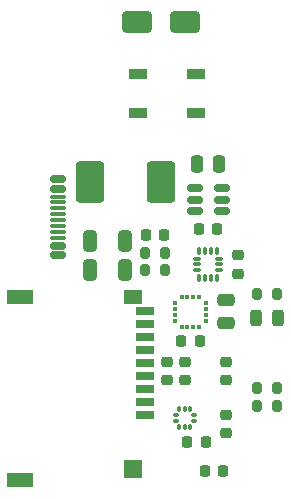
<source format=gtp>
%TF.GenerationSoftware,KiCad,Pcbnew,9.0.6*%
%TF.CreationDate,2026-01-30T19:37:08-05:00*%
%TF.ProjectId,flight controller,666c6967-6874-4206-936f-6e74726f6c6c,rev?*%
%TF.SameCoordinates,Original*%
%TF.FileFunction,Paste,Top*%
%TF.FilePolarity,Positive*%
%FSLAX46Y46*%
G04 Gerber Fmt 4.6, Leading zero omitted, Abs format (unit mm)*
G04 Created by KiCad (PCBNEW 9.0.6) date 2026-01-30 19:37:08*
%MOMM*%
%LPD*%
G01*
G04 APERTURE LIST*
G04 Aperture macros list*
%AMRoundRect*
0 Rectangle with rounded corners*
0 $1 Rounding radius*
0 $2 $3 $4 $5 $6 $7 $8 $9 X,Y pos of 4 corners*
0 Add a 4 corners polygon primitive as box body*
4,1,4,$2,$3,$4,$5,$6,$7,$8,$9,$2,$3,0*
0 Add four circle primitives for the rounded corners*
1,1,$1+$1,$2,$3*
1,1,$1+$1,$4,$5*
1,1,$1+$1,$6,$7*
1,1,$1+$1,$8,$9*
0 Add four rect primitives between the rounded corners*
20,1,$1+$1,$2,$3,$4,$5,0*
20,1,$1+$1,$4,$5,$6,$7,0*
20,1,$1+$1,$6,$7,$8,$9,0*
20,1,$1+$1,$8,$9,$2,$3,0*%
G04 Aperture macros list end*
%ADD10RoundRect,0.200000X-0.200000X-0.275000X0.200000X-0.275000X0.200000X0.275000X-0.200000X0.275000X0*%
%ADD11RoundRect,0.225000X-0.225000X-0.250000X0.225000X-0.250000X0.225000X0.250000X-0.225000X0.250000X0*%
%ADD12RoundRect,0.225000X0.250000X-0.225000X0.250000X0.225000X-0.250000X0.225000X-0.250000X-0.225000X0*%
%ADD13RoundRect,0.225000X0.225000X0.250000X-0.225000X0.250000X-0.225000X-0.250000X0.225000X-0.250000X0*%
%ADD14RoundRect,0.225000X-0.250000X0.225000X-0.250000X-0.225000X0.250000X-0.225000X0.250000X0.225000X0*%
%ADD15RoundRect,0.250000X0.325000X0.650000X-0.325000X0.650000X-0.325000X-0.650000X0.325000X-0.650000X0*%
%ADD16RoundRect,0.250000X1.000000X0.650000X-1.000000X0.650000X-1.000000X-0.650000X1.000000X-0.650000X0*%
%ADD17RoundRect,0.250000X0.925000X1.500000X-0.925000X1.500000X-0.925000X-1.500000X0.925000X-1.500000X0*%
%ADD18RoundRect,0.150000X-0.500000X0.150000X-0.500000X-0.150000X0.500000X-0.150000X0.500000X0.150000X0*%
%ADD19RoundRect,0.075000X-0.575000X0.075000X-0.575000X-0.075000X0.575000X-0.075000X0.575000X0.075000X0*%
%ADD20RoundRect,0.250000X0.475000X-0.250000X0.475000X0.250000X-0.475000X0.250000X-0.475000X-0.250000X0*%
%ADD21RoundRect,0.250000X0.250000X0.475000X-0.250000X0.475000X-0.250000X-0.475000X0.250000X-0.475000X0*%
%ADD22RoundRect,0.200000X0.200000X0.275000X-0.200000X0.275000X-0.200000X-0.275000X0.200000X-0.275000X0*%
%ADD23RoundRect,0.090000X0.660000X0.360000X-0.660000X0.360000X-0.660000X-0.360000X0.660000X-0.360000X0*%
%ADD24R,1.600000X0.700000*%
%ADD25R,1.500000X1.200000*%
%ADD26R,2.200000X1.200000*%
%ADD27R,1.500000X1.600000*%
%ADD28RoundRect,0.243750X0.243750X0.456250X-0.243750X0.456250X-0.243750X-0.456250X0.243750X-0.456250X0*%
%ADD29RoundRect,0.087500X0.125000X0.087500X-0.125000X0.087500X-0.125000X-0.087500X0.125000X-0.087500X0*%
%ADD30RoundRect,0.087500X0.087500X0.125000X-0.087500X0.125000X-0.087500X-0.125000X0.087500X-0.125000X0*%
%ADD31R,0.450000X0.300000*%
%ADD32R,0.300000X0.450000*%
%ADD33RoundRect,0.250000X-0.325000X-0.650000X0.325000X-0.650000X0.325000X0.650000X-0.325000X0.650000X0*%
%ADD34RoundRect,0.150000X0.512500X0.150000X-0.512500X0.150000X-0.512500X-0.150000X0.512500X-0.150000X0*%
%ADD35RoundRect,0.087500X0.087500X-0.225000X0.087500X0.225000X-0.087500X0.225000X-0.087500X-0.225000X0*%
%ADD36RoundRect,0.087500X0.225000X-0.087500X0.225000X0.087500X-0.225000X0.087500X-0.225000X-0.087500X0*%
G04 APERTURE END LIST*
D10*
%TO.C,R2*%
X152175000Y-79000000D03*
X153825000Y-79000000D03*
%TD*%
D11*
%TO.C,C9*%
X157225000Y-97500000D03*
X158775000Y-97500000D03*
%TD*%
D12*
%TO.C,C25*%
X160000000Y-80775000D03*
X160000000Y-79225000D03*
%TD*%
D13*
%TO.C,C1*%
X158275000Y-77000000D03*
X156725000Y-77000000D03*
%TD*%
D14*
%TO.C,C15*%
X154000000Y-88225000D03*
X154000000Y-89775000D03*
%TD*%
D15*
%TO.C,C4*%
X150475000Y-80500000D03*
X147525000Y-80500000D03*
%TD*%
D11*
%TO.C,C3*%
X152225000Y-77500000D03*
X153775000Y-77500000D03*
%TD*%
D16*
%TO.C,D1*%
X155500000Y-59500000D03*
X151500000Y-59500000D03*
%TD*%
D17*
%TO.C,L1*%
X153525000Y-73000000D03*
X147475000Y-73000000D03*
%TD*%
D18*
%TO.C,J19*%
X144745000Y-72800000D03*
X144745000Y-73600000D03*
D19*
X144745000Y-74750000D03*
X144745000Y-75750000D03*
X144745000Y-76250000D03*
X144745000Y-77250000D03*
D18*
X144745000Y-78400000D03*
X144745000Y-79200000D03*
X144745000Y-79200000D03*
X144745000Y-78400000D03*
D19*
X144745000Y-77750000D03*
X144745000Y-76750000D03*
X144745000Y-75250000D03*
X144745000Y-74250000D03*
D18*
X144745000Y-73600000D03*
X144745000Y-72800000D03*
%TD*%
D20*
%TO.C,C16*%
X159000000Y-84950000D03*
X159000000Y-83050000D03*
%TD*%
D21*
%TO.C,C2*%
X158450000Y-71500000D03*
X156550000Y-71500000D03*
%TD*%
D22*
%TO.C,R8*%
X153825000Y-80500000D03*
X152175000Y-80500000D03*
%TD*%
D10*
%TO.C,R7*%
X161675000Y-92000000D03*
X163325000Y-92000000D03*
%TD*%
%TO.C,R10*%
X161675000Y-90500000D03*
X163325000Y-90500000D03*
%TD*%
D23*
%TO.C,D2*%
X156450000Y-67150000D03*
X156450000Y-63850000D03*
X151550000Y-63850000D03*
X151550000Y-67150000D03*
%TD*%
D24*
%TO.C,J8*%
X152162500Y-92750000D03*
X152162500Y-91650000D03*
X152162500Y-90550000D03*
X152162500Y-89450000D03*
X152162500Y-88350000D03*
X152162500Y-87250000D03*
X152162500Y-86150000D03*
X152162500Y-85050000D03*
D25*
X151162500Y-82750000D03*
D26*
X141562500Y-82750000D03*
X141562500Y-98250000D03*
D27*
X151162500Y-97350000D03*
D24*
X152162500Y-83950000D03*
%TD*%
D28*
%TO.C,D3*%
X163437500Y-84500000D03*
X161562500Y-84500000D03*
%TD*%
D14*
%TO.C,C8*%
X159000000Y-92725000D03*
X159000000Y-94275000D03*
%TD*%
D29*
%TO.C,U2*%
X156262500Y-93250000D03*
X156262500Y-92750000D03*
D30*
X156000000Y-92237500D03*
X155500000Y-92237500D03*
X155000000Y-92237500D03*
D29*
X154737500Y-92750000D03*
X154737500Y-93250000D03*
D30*
X155000000Y-93762500D03*
X155500000Y-93762500D03*
X156000000Y-93762500D03*
%TD*%
D12*
%TO.C,C7*%
X159000000Y-89775000D03*
X159000000Y-88225000D03*
%TD*%
D31*
%TO.C,U3*%
X154725000Y-83250000D03*
X154725000Y-83750000D03*
X154725000Y-84250000D03*
X154725000Y-84750000D03*
D32*
X155250000Y-85275000D03*
X155750000Y-85275000D03*
X156250000Y-85275000D03*
X156750000Y-85275000D03*
D31*
X157275000Y-84750000D03*
X157275000Y-84250000D03*
X157275000Y-83750000D03*
X157275000Y-83250000D03*
D32*
X156750000Y-82725000D03*
X156250000Y-82725000D03*
X155750000Y-82725000D03*
X155250000Y-82725000D03*
%TD*%
D33*
%TO.C,C5*%
X147525000Y-78000000D03*
X150475000Y-78000000D03*
%TD*%
D14*
%TO.C,C14*%
X155500000Y-88225000D03*
X155500000Y-89775000D03*
%TD*%
D11*
%TO.C,C13*%
X155225000Y-86500000D03*
X156775000Y-86500000D03*
%TD*%
D34*
%TO.C,U1*%
X158637500Y-75450000D03*
X158637500Y-74500000D03*
X158637500Y-73550000D03*
X156362500Y-73550000D03*
X156362500Y-74500000D03*
X156362500Y-75450000D03*
%TD*%
D35*
%TO.C,U6*%
X156750000Y-81162500D03*
X157250000Y-81162500D03*
X157750000Y-81162500D03*
X158250000Y-81162500D03*
D36*
X158412500Y-80500000D03*
X158412500Y-80000000D03*
X158412500Y-79500000D03*
D35*
X158250000Y-78837500D03*
X157750000Y-78837500D03*
X157250000Y-78837500D03*
X156750000Y-78837500D03*
D36*
X156587500Y-79500000D03*
X156587500Y-80000000D03*
X156587500Y-80500000D03*
%TD*%
D22*
%TO.C,R20*%
X163325000Y-82500000D03*
X161675000Y-82500000D03*
%TD*%
D11*
%TO.C,C12*%
X155725000Y-95000000D03*
X157275000Y-95000000D03*
%TD*%
M02*

</source>
